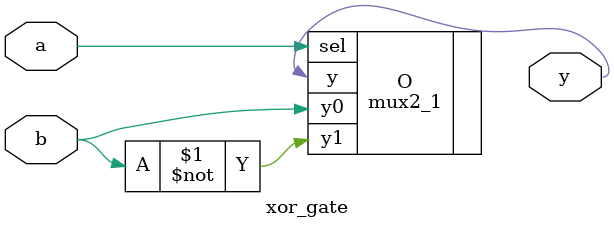
<source format=v>
`timescale 1ns / 1ps

module xor_gate(input a, b, output y);
    mux2_1 O(
        .sel(a), 
        .y0(b), 
        .y1(~b), 
        .y(y)
    );
endmodule

</source>
